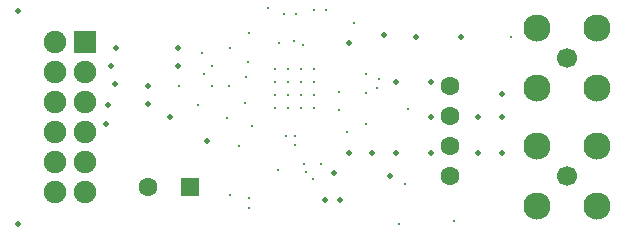
<source format=gbs>
G04*
G04 #@! TF.GenerationSoftware,Altium Limited,Altium Designer,21.8.1 (53)*
G04*
G04 Layer_Color=16711935*
%FSAX44Y44*%
%MOMM*%
G71*
G04*
G04 #@! TF.SameCoordinates,5CBFF69A-9E9C-4C7E-BD42-F0D9998AF3AF*
G04*
G04*
G04 #@! TF.FilePolarity,Negative*
G04*
G01*
G75*
%ADD32C,1.6000*%
%ADD33C,1.7000*%
%ADD34C,2.3000*%
%ADD35R,1.9000X1.9000*%
%ADD36C,1.9000*%
%ADD37R,1.6000X1.6000*%
%ADD38C,0.5000*%
%ADD39C,0.3000*%
%ADD40C,0.2600*%
D32*
X00376000Y00026100D02*
D03*
Y00000700D02*
D03*
Y-00024700D02*
D03*
Y-00050100D02*
D03*
X00120500Y-00059000D02*
D03*
D33*
X00475000Y00050000D02*
D03*
Y-00050000D02*
D03*
D34*
X00449600Y00024600D02*
D03*
X00500400D02*
D03*
Y00075400D02*
D03*
X00449600D02*
D03*
Y-00075400D02*
D03*
X00500400D02*
D03*
Y-00024600D02*
D03*
X00449600D02*
D03*
D35*
X00066670Y00063500D02*
D03*
D36*
Y00038100D02*
D03*
X00041270Y00063500D02*
D03*
Y00038100D02*
D03*
X00066670Y-00012700D02*
D03*
X00041270D02*
D03*
X00066670Y-00063500D02*
D03*
X00041270D02*
D03*
Y-00038100D02*
D03*
X00066670D02*
D03*
X00041270Y00012700D02*
D03*
X00066670D02*
D03*
D37*
X00155500Y-00059000D02*
D03*
D38*
X00420000Y00000000D02*
D03*
Y-00030000D02*
D03*
Y00020000D02*
D03*
X00360000Y00030000D02*
D03*
Y00000000D02*
D03*
Y-00030000D02*
D03*
X00400000D02*
D03*
Y00000000D02*
D03*
X00320000Y00070000D02*
D03*
X00290000Y00062500D02*
D03*
X00330000Y00030000D02*
D03*
Y-00030000D02*
D03*
X00310000D02*
D03*
X00290000D02*
D03*
X00170000Y-00020000D02*
D03*
X00010000Y00090000D02*
D03*
Y-00090000D02*
D03*
X00139000Y00000000D02*
D03*
X00145500Y00058500D02*
D03*
X00093250Y00058250D02*
D03*
X00088500Y00043750D02*
D03*
X00145500Y00043250D02*
D03*
X00120500Y00026750D02*
D03*
X00092500Y00027750D02*
D03*
X00086250Y00010750D02*
D03*
X00120500Y00011250D02*
D03*
X00085000Y-00005500D02*
D03*
X00347500Y00067500D02*
D03*
X00385000D02*
D03*
X00325000Y-00050000D02*
D03*
X00277500Y-00047500D02*
D03*
X00282500Y-00070000D02*
D03*
X00270000D02*
D03*
D39*
X00243750Y00064250D02*
D03*
X00427500Y00067500D02*
D03*
X00379250Y-00088250D02*
D03*
X00202598Y00011789D02*
D03*
X00189000Y00026250D02*
D03*
X00146500D02*
D03*
X00166000Y00054750D02*
D03*
X00167750Y00036500D02*
D03*
X00314170Y00025127D02*
D03*
X00305000Y00020750D02*
D03*
X00315750Y00032500D02*
D03*
X00189250Y00058500D02*
D03*
X00205500Y00071500D02*
D03*
X00190000Y-00065750D02*
D03*
X00244500Y-00015500D02*
D03*
X00237246Y-00015506D02*
D03*
X00208000Y-00007250D02*
D03*
X00202791Y00034067D02*
D03*
X00288500Y-00012500D02*
D03*
X00244500Y-00023500D02*
D03*
X00295000Y00080000D02*
D03*
X00205750Y-00076540D02*
D03*
X00206042Y-00068707D02*
D03*
X00260139Y-00051889D02*
D03*
X00254336Y-00046752D02*
D03*
X00205250Y00047000D02*
D03*
X00230750Y00062500D02*
D03*
X00282000Y00021250D02*
D03*
X00332500Y-00090500D02*
D03*
X00338125Y-00056375D02*
D03*
X00304625Y-00006125D02*
D03*
X00229875Y-00044875D02*
D03*
X00266875Y-00039625D02*
D03*
X00251875D02*
D03*
X00196875Y-00024625D02*
D03*
X00187500Y-00000500D02*
D03*
X00162125Y00010125D02*
D03*
X00174125Y00026125D02*
D03*
Y00043125D02*
D03*
X00222125Y00092875D02*
D03*
X00235125Y00087125D02*
D03*
X00245125D02*
D03*
X00271125Y00090625D02*
D03*
X00261125D02*
D03*
X00304750Y00036750D02*
D03*
X00282000Y00006500D02*
D03*
X00340250Y00007250D02*
D03*
X00227500Y00007500D02*
D03*
Y00018500D02*
D03*
Y00029500D02*
D03*
Y00040500D02*
D03*
X00238500Y00007500D02*
D03*
Y00018500D02*
D03*
Y00029500D02*
D03*
Y00040500D02*
D03*
X00249500Y00007500D02*
D03*
Y00018500D02*
D03*
Y00029500D02*
D03*
Y00040500D02*
D03*
X00260500Y00007500D02*
D03*
Y00018500D02*
D03*
Y00029500D02*
D03*
Y00040500D02*
D03*
D40*
X00251080Y00060920D02*
D03*
M02*

</source>
